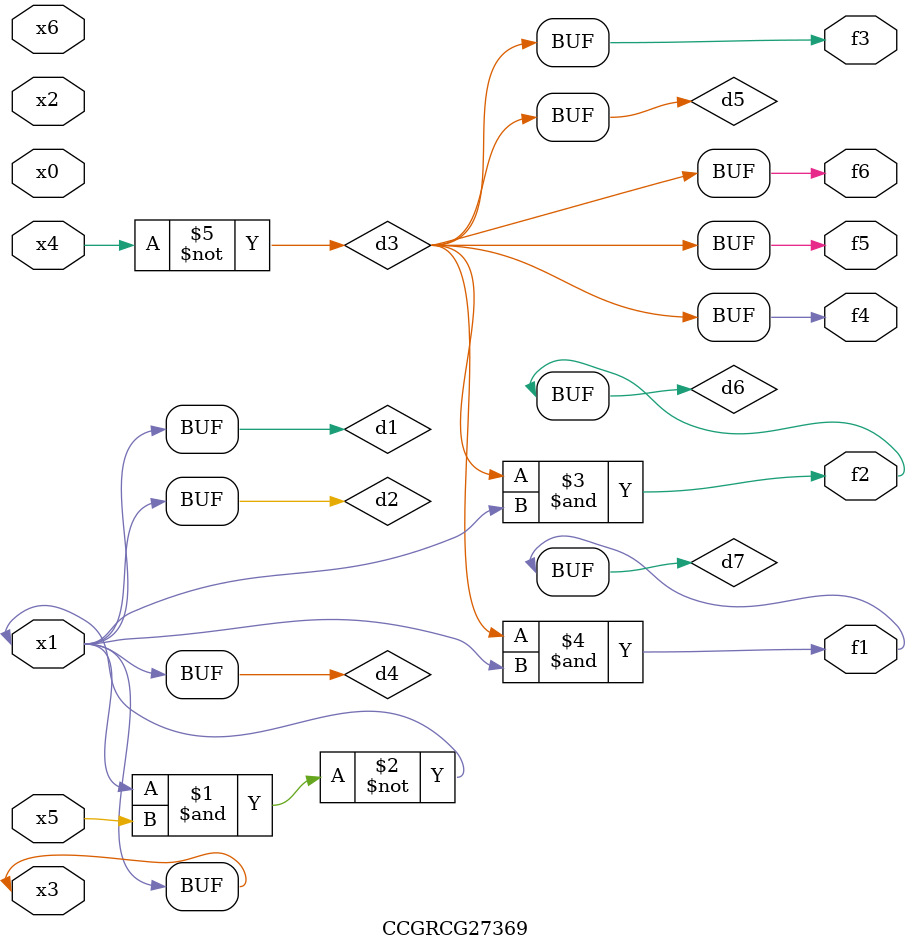
<source format=v>
module CCGRCG27369(
	input x0, x1, x2, x3, x4, x5, x6,
	output f1, f2, f3, f4, f5, f6
);

	wire d1, d2, d3, d4, d5, d6, d7;

	buf (d1, x1, x3);
	nand (d2, x1, x5);
	not (d3, x4);
	buf (d4, d1, d2);
	buf (d5, d3);
	and (d6, d3, d4);
	and (d7, d3, d4);
	assign f1 = d7;
	assign f2 = d6;
	assign f3 = d5;
	assign f4 = d5;
	assign f5 = d5;
	assign f6 = d5;
endmodule

</source>
